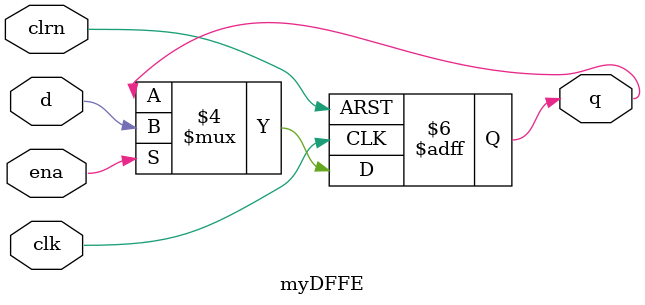
<source format=v>
module ClockAdapter(processor_clk, update_clk, reset, must_update);
	input processor_clk, update_clk, reset;
	output must_update;

	wire nextUpdate;

	assign nextUpdate = update_clk & ~must_update; // Ensures high for only 1 cycle

	myDFFE catchUpdate(nextUpdate, processor_clk, reset, 1'b1, must_update);

endmodule


module myDFFE (d, clk, clrn, ena, q);

// port declaration

input   d, clk, ena, clrn;
output  q;
reg     q;

always @ (posedge clk or negedge clrn) begin

//asynchronous active-low reset
     if (~clrn)
        q = 1'b0;

//enable
     else if (ena)
        q = d;
end

endmodule

</source>
